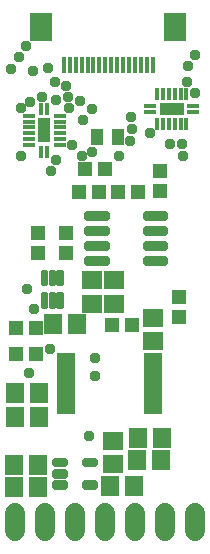
<source format=gbr>
G04 EAGLE Gerber RS-274X export*
G75*
%MOMM*%
%FSLAX34Y34*%
%LPD*%
%INSoldermask Top*%
%IPPOS*%
%AMOC8*
5,1,8,0,0,1.08239X$1,22.5*%
G01*
%ADD10R,1.303200X1.203200*%
%ADD11R,1.203200X1.303200*%
%ADD12R,1.003200X1.403200*%
%ADD13C,0.404144*%
%ADD14R,1.103200X0.443200*%
%ADD15R,0.443200X1.103200*%
%ADD16R,2.103200X1.103200*%
%ADD17R,1.103200X2.103200*%
%ADD18R,1.543200X0.643200*%
%ADD19C,0.506016*%
%ADD20C,0.499716*%
%ADD21R,1.503200X1.803200*%
%ADD22R,1.803200X1.503200*%
%ADD23R,0.400000X1.400000*%
%ADD24R,1.900000X2.350000*%
%ADD25C,1.727200*%
%ADD26C,0.959600*%


D10*
X145373Y92456D03*
X162373Y92456D03*
D11*
X208788Y91355D03*
X208788Y74355D03*
D12*
X173643Y119634D03*
X155643Y119634D03*
D13*
X111946Y-13442D02*
X111946Y-23334D01*
X109954Y-23334D01*
X109954Y-13442D01*
X111946Y-13442D01*
X111946Y-19495D02*
X109954Y-19495D01*
X109954Y-15656D02*
X111946Y-15656D01*
X118446Y-13442D02*
X118446Y-23334D01*
X116454Y-23334D01*
X116454Y-13442D01*
X118446Y-13442D01*
X118446Y-19495D02*
X116454Y-19495D01*
X116454Y-15656D02*
X118446Y-15656D01*
X124946Y-13442D02*
X124946Y-23334D01*
X122954Y-23334D01*
X122954Y-13442D01*
X124946Y-13442D01*
X124946Y-19495D02*
X122954Y-19495D01*
X122954Y-15656D02*
X124946Y-15656D01*
X122954Y-4134D02*
X122954Y5758D01*
X124946Y5758D01*
X124946Y-4134D01*
X122954Y-4134D01*
X122954Y-295D02*
X124946Y-295D01*
X124946Y3544D02*
X122954Y3544D01*
X116454Y5758D02*
X116454Y-4134D01*
X116454Y5758D02*
X118446Y5758D01*
X118446Y-4134D01*
X116454Y-4134D01*
X116454Y-295D02*
X118446Y-295D01*
X118446Y3544D02*
X116454Y3544D01*
X109954Y5758D02*
X109954Y-4134D01*
X109954Y5758D02*
X111946Y5758D01*
X111946Y-4134D01*
X109954Y-4134D01*
X109954Y-295D02*
X111946Y-295D01*
X111946Y3544D02*
X109954Y3544D01*
D14*
X200846Y141061D03*
D15*
X206346Y130561D03*
X211346Y130561D03*
X216346Y130561D03*
X221346Y130561D03*
X226346Y130561D03*
X231346Y130561D03*
D14*
X236846Y141061D03*
X236846Y146061D03*
D15*
X231346Y156561D03*
X226346Y156561D03*
X221346Y156561D03*
X216346Y156561D03*
X211346Y156561D03*
X206346Y156561D03*
D14*
X200846Y146061D03*
D16*
X218846Y143561D03*
D15*
X113600Y107425D03*
D14*
X124100Y112925D03*
X124100Y117925D03*
X124100Y122925D03*
X124100Y127925D03*
X124100Y132925D03*
X124100Y137925D03*
D15*
X113600Y143425D03*
X108600Y143425D03*
D14*
X98100Y137925D03*
X98100Y132925D03*
X98100Y127925D03*
X98100Y122925D03*
X98100Y117925D03*
X98100Y112925D03*
D15*
X108600Y107425D03*
D17*
X111100Y125425D03*
D18*
X203421Y-92202D03*
X203421Y-85802D03*
X203421Y-98602D03*
X203421Y-105002D03*
X203421Y-111402D03*
X203421Y-79402D03*
X203421Y-73002D03*
X203421Y-66602D03*
X129421Y-92202D03*
X129421Y-98602D03*
X129421Y-105002D03*
X129421Y-111402D03*
X129421Y-85802D03*
X129421Y-79402D03*
X129421Y-73002D03*
X129421Y-66602D03*
D19*
X196856Y16269D02*
X213528Y16269D01*
X213528Y13297D01*
X196856Y13297D01*
X196856Y16269D01*
X196856Y28969D02*
X213528Y28969D01*
X213528Y25997D01*
X196856Y25997D01*
X196856Y28969D01*
X196856Y41669D02*
X213528Y41669D01*
X213528Y38697D01*
X196856Y38697D01*
X196856Y41669D01*
X196856Y54369D02*
X213528Y54369D01*
X213528Y51397D01*
X196856Y51397D01*
X196856Y54369D01*
X164028Y54369D02*
X147356Y54369D01*
X164028Y54369D02*
X164028Y51397D01*
X147356Y51397D01*
X147356Y54369D01*
X147356Y41669D02*
X164028Y41669D01*
X164028Y38697D01*
X147356Y38697D01*
X147356Y41669D01*
X147356Y28969D02*
X164028Y28969D01*
X164028Y25997D01*
X147356Y25997D01*
X147356Y28969D01*
X147356Y16269D02*
X164028Y16269D01*
X164028Y13297D01*
X147356Y13297D01*
X147356Y16269D01*
D20*
X128674Y-157220D02*
X120238Y-157220D01*
X120238Y-154284D01*
X128674Y-154284D01*
X128674Y-157220D01*
X128674Y-166720D02*
X120238Y-166720D01*
X120238Y-163784D01*
X128674Y-163784D01*
X128674Y-166720D01*
X128674Y-176220D02*
X120238Y-176220D01*
X120238Y-173284D01*
X128674Y-173284D01*
X128674Y-176220D01*
X145138Y-173284D02*
X153574Y-173284D01*
X153574Y-176220D01*
X145138Y-176220D01*
X145138Y-173284D01*
X145138Y-154284D02*
X153574Y-154284D01*
X153574Y-157220D01*
X145138Y-157220D01*
X145138Y-154284D01*
D21*
X189390Y-153670D03*
X209390Y-153670D03*
X166530Y-175260D03*
X186530Y-175260D03*
D22*
X168910Y-157320D03*
X168910Y-137320D03*
D21*
X105250Y-176530D03*
X85250Y-176530D03*
D22*
X203200Y-53180D03*
X203200Y-33180D03*
X151130Y-1430D03*
X151130Y-21430D03*
D21*
X138270Y-38100D03*
X118270Y-38100D03*
D22*
X170180Y-21430D03*
X170180Y-1430D03*
D21*
X105250Y-157480D03*
X85250Y-157480D03*
X190660Y-134620D03*
X210660Y-134620D03*
X106520Y-96520D03*
X86520Y-96520D03*
X106520Y-116840D03*
X86520Y-116840D03*
D10*
X224790Y-32630D03*
X224790Y-15630D03*
D11*
X168030Y-39370D03*
X185030Y-39370D03*
X140090Y73660D03*
X157090Y73660D03*
X190110Y73660D03*
X173110Y73660D03*
D10*
X105410Y38980D03*
X105410Y21980D03*
D11*
X86750Y-41910D03*
X103750Y-41910D03*
D10*
X129540Y38980D03*
X129540Y21980D03*
D11*
X103750Y-63500D03*
X86750Y-63500D03*
D23*
X202600Y180860D03*
X197600Y180860D03*
X192600Y180860D03*
X187600Y180860D03*
X182600Y180860D03*
X177600Y180860D03*
X172600Y180860D03*
X167600Y180860D03*
X162600Y180860D03*
X157600Y180860D03*
X152600Y180860D03*
X147600Y180860D03*
X142600Y180860D03*
X137600Y180860D03*
X132600Y180860D03*
X127600Y180860D03*
D24*
X108600Y213360D03*
X221600Y213360D03*
D25*
X238760Y-198120D02*
X238760Y-213360D01*
X213360Y-213360D02*
X213360Y-198120D01*
X187960Y-198120D02*
X187960Y-213360D01*
X162560Y-213360D02*
X162560Y-198120D01*
X137160Y-198120D02*
X137160Y-213360D01*
X111760Y-213360D02*
X111760Y-198120D01*
X86360Y-198120D02*
X86360Y-213360D01*
D26*
X116764Y91364D03*
X142620Y103867D03*
X96520Y-8890D03*
X102276Y-26076D03*
X120650Y151130D03*
X148590Y-133350D03*
X185420Y127000D03*
X217414Y114300D03*
X184150Y137160D03*
X200660Y123190D03*
X183952Y116840D03*
X227330Y114300D03*
X109220Y153670D03*
X238760Y157480D03*
X238316Y188884D03*
X95250Y196850D03*
X91636Y144431D03*
X83114Y177800D03*
X99060Y149860D03*
X231458Y166370D03*
X232248Y179938D03*
X89182Y187960D03*
X132080Y144780D03*
X173990Y104140D03*
X228600Y104140D03*
X134620Y113030D03*
X151532Y143510D03*
X140845Y149986D03*
X151708Y107372D03*
X120650Y100330D03*
X143664Y134466D03*
X130810Y153868D03*
X91440Y104140D03*
X129540Y162956D03*
X101296Y175564D03*
X120452Y166370D03*
X114300Y178506D03*
X153670Y-82550D03*
X97790Y-80010D03*
X115570Y-59690D03*
X153670Y-67310D03*
M02*

</source>
